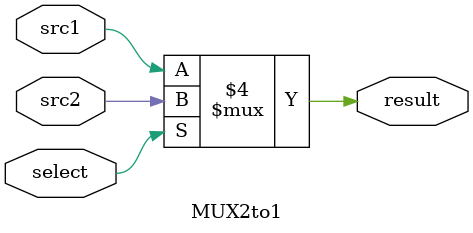
<source format=v>
module MUX2to1(
	input      src1,
	input      src2,
	input	   select,
	output reg result
	);
/* Write your code HERE */
always @(src1 or src2 or select) begin
    if(select == 1'b0) begin
        result = src1;
    end
    else begin
        result = src2;
    end        
end

endmodule

</source>
